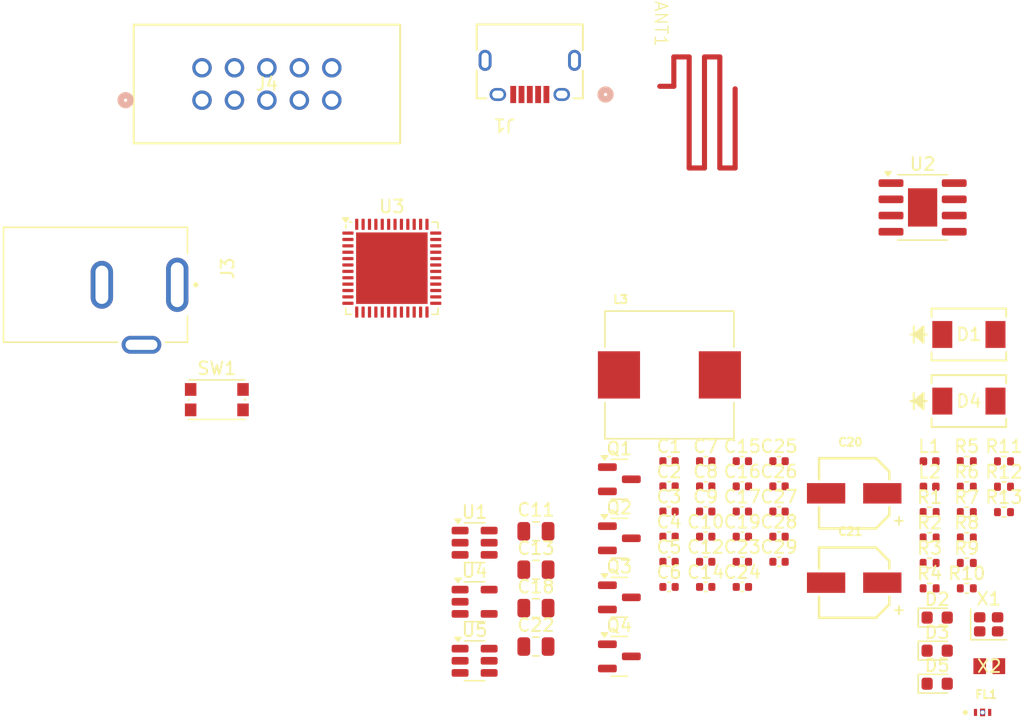
<source format=kicad_pcb>
(kicad_pcb (version 20241229) (generator "pcbnew") (generator_version "9.0")
  (layers (0 "F.Cu" signal) (4 "In1.Cu" signal) (6 "In2.Cu" signal) (2 "B.Cu" signal) (15 "B.Paste" user) (5 "F.SilkS" user "F.Silkscreen") (7 "B.SilkS" user "B.Silkscreen") (1 "F.Mask" user) (3 "B.Mask" user) (25 "Edge.Cuts" user))
  (net 0 "")
  (net 1 "+3V3")
  (net 2 "GND")
  (net 3 "/MCU_RF")
  (net 4 "Net-(C9-Pad1)")
  (net 5 "/RF_ANT")
  (net 6 "VBUS")
  (net 7 "Net-(D1-K)")
  (net 8 "Net-(U2-BST)")
  (net 9 "+5V")
  (net 10 "/MCU_LSE_IN")
  (net 11 "/MCU_LSE_OUT")
  (net 12 "/MCU_BOOT0")
  (net 13 "Net-(D2-A)")
  (net 14 "Net-(D2-K)")
  (net 15 "Net-(D3-K)")
  (net 16 "Net-(D3-A)")
  (net 17 "/USB_EN")
  (net 18 "Net-(D5-K)")
  (net 19 "Net-(D5-A)")
  (net 20 "/MICROSTRIP")
  (net 21 "Net-(J1-D-)")
  (net 22 "Net-(J1-D+)")
  (net 24 "/SWD_nRST")
  (net 26 "/SWD_CLK")
  (net 27 "/SWD_IO")
  (net 30 "/REG_EN")
  (net 31 "/MCU_LED_1")
  (net 32 "Net-(Q3-G)")
  (net 33 "/MCU_LED_2")
  (net 34 "Net-(U2-FB)")
  (net 35 "Net-(R10-Pad2)")
  (net 36 "/LED_DATA")
  (net 37 "/MCU_LLC")
  (net 42 "/USB_D+")
  (net 57 "/MCU_HSE_OUT")
  (net 60 "/USB_D-")
  (net 65 "/MCU_HSE_IN")
  (footprint "bbbled:FIL_LFB182G45CGFD436" (layer "F.Cu") (at 178.445 115.5)
    (property "Reference" "FL1" (at 0.282 -1.4064 0) (layer "F.SilkS") (effects (font (size 0.64 0.64))))
    (property "Value" "LFB182G45CGFD436")
    (pad "1" smd rect (at -0.555 0) (size 0.25 0.55) (layers "F.Cu" "F.Paste") (net 4 "Net-(C9-Pad1)"))
    (pad "2" smd rect (at 0 0) (size 0.4 0.6) (layers "F.Cu" "F.Paste") (net 2 "GND"))
    (pad "2_1" thru_hole circle (at 0 0) (size 0.4 0.4) (drill 0.3) (layers "*.Cu") (net 2 "GND"))
    (pad "3" smd rect (at 0.555 0) (size 0.25 0.55) (layers "F.Cu" "F.Paste") (net 20 "/MICROSTRIP"))
  )
  (footprint "LED_SMD:LED_0603_1608Metric" (layer "F.Cu") (at 174.89 110.66)
    (property "Reference" "D3" (at 0 -1.43 0) (layer "F.SilkS"))
    (property "Value" "LED_RED")
    (pad "1" smd roundrect (at -0.7875 0) (size 0.875 0.95) (layers "F.Cu" "F.Mask" "F.Paste") (net 15 "Net-(D3-K)"))
    (pad "2" smd roundrect (at 0.7875 0) (size 0.875 0.95) (layers "F.Cu" "F.Mask" "F.Paste") (net 16 "Net-(D3-A)"))
  )
  (footprint "Package_TO_SOT_SMD:SOT-23" (layer "F.Cu") (at 150.01 101.86)
    (property "Reference" "Q2" (at 0 -2.4 0) (layer "F.SilkS"))
    (property "Value" "2N7002")
    (pad "1" smd roundrect (at -0.9375 -0.95) (size 1.475 0.6) (layers "F.Cu" "F.Mask" "F.Paste") (net 15 "Net-(D3-K)"))
    (pad "2" smd roundrect (at -0.9375 0.95) (size 1.475 0.6) (layers "F.Cu" "F.Mask" "F.Paste") (net 31 "/MCU_LED_1"))
    (pad "3" smd roundrect (at 0.9375 0) (size 1.475 0.6) (layers "F.Cu" "F.Mask" "F.Paste") (net 2 "GND"))
  )
  (footprint "bbbled:XTAL_NX2012SA_NDK" (layer "F.Cu") (at 178.9698 111.8775)
    (property "Reference" "X2" (at 0 0 0) (layer "F.SilkS"))
    (property "Value" "32kHz768")
    (pad "1" smd rect (at -0.7493 0) (size 0.9906 1.2446) (layers "F.Cu" "F.Mask" "F.Paste") (net 10 "/MCU_LSE_IN"))
    (pad "2" smd rect (at 0.7493 0) (size 0.9906 1.2446) (layers "F.Cu" "F.Mask" "F.Paste") (net 11 "/MCU_LSE_OUT"))
  )
  (footprint "Capacitor_SMD:C_0402_1005Metric" (layer "F.Cu") (at 162.51 99.76)
    (property "Reference" "C27" (at 0 -1.16 0) (layer "F.SilkS"))
    (property "Value" "100n")
    (pad "1" smd roundrect (at -0.48 0) (size 0.56 0.62) (layers "F.Cu" "F.Mask" "F.Paste") (net 9 "+5V"))
    (pad "2" smd roundrect (at 0.48 0) (size 0.56 0.62) (layers "F.Cu" "F.Mask" "F.Paste") (net 2 "GND"))
  )
  (footprint "Capacitor_SMD:C_0402_1005Metric" (layer "F.Cu") (at 156.77 105.67)
    (property "Reference" "C14" (at 0 -1.16 0) (layer "F.SilkS"))
    (property "Value" "100n")
    (pad "1" smd roundrect (at -0.48 0) (size 0.56 0.62) (layers "F.Cu" "F.Mask" "F.Paste") (net 1 "+3V3"))
    (pad "2" smd roundrect (at 0.48 0) (size 0.56 0.62) (layers "F.Cu" "F.Mask" "F.Paste") (net 2 "GND"))
  )
  (footprint "Capacitor_SMD:C_0402_1005Metric" (layer "F.Cu") (at 159.64 97.79)
    (property "Reference" "C16" (at 0 -1.16 0) (layer "F.SilkS"))
    (property "Value" "10p")
    (pad "1" smd roundrect (at -0.48 0) (size 0.56 0.62) (layers "F.Cu" "F.Mask" "F.Paste") (net 11 "/MCU_LSE_OUT"))
    (pad "2" smd roundrect (at 0.48 0) (size 0.56 0.62) (layers "F.Cu" "F.Mask" "F.Paste") (net 2 "GND"))
  )
  (footprint "Capacitor_SMD:C_0402_1005Metric" (layer "F.Cu") (at 153.9 99.76)
    (property "Reference" "C3" (at 0 -1.16 0) (layer "F.SilkS"))
    (property "Value" "100n")
    (pad "1" smd roundrect (at -0.48 0) (size 0.56 0.62) (layers "F.Cu" "F.Mask" "F.Paste") (net 1 "+3V3"))
    (pad "2" smd roundrect (at 0.48 0) (size 0.56 0.62) (layers "F.Cu" "F.Mask" "F.Paste") (net 2 "GND"))
  )
  (footprint "bbbled:DIODE_DO214AA_MBRS-L" (layer "F.Cu") (at 177.3732 91.1096)
    (property "Reference" "D4" (at 0 0 0) (layer "F.SilkS"))
    (property "Value" "SSB43L 4A 30V")
    (pad "1" smd rect (at -2.0813 0 90) (size 2.109 1.5654) (layers "F.Cu" "F.Mask" "F.Paste") (net 9 "+5V"))
    (pad "2" smd rect (at 2.0813 0 90) (size 2.109 1.5654) (layers "F.Cu" "F.Mask" "F.Paste") (net 17 "/USB_EN"))
  )
  (footprint "Capacitor_SMD:C_0402_1005Metric" (layer "F.Cu") (at 162.51 95.82)
    (property "Reference" "C25" (at 0 -1.16 0) (layer "F.SilkS"))
    (property "Value" "10n")
    (pad "1" smd roundrect (at -0.48 0) (size 0.56 0.62) (layers "F.Cu" "F.Mask" "F.Paste") (net 6 "VBUS"))
    (pad "2" smd roundrect (at 0.48 0) (size 0.56 0.62) (layers "F.Cu" "F.Mask" "F.Paste") (net 2 "GND"))
  )
  (footprint "Button_Switch_SMD:SW_Push_1P1T_NO_CK_KMR2" (layer "F.Cu") (at 118.5 91)
    (property "Reference" "SW1" (at 0 -2.45 0) (layer "F.SilkS"))
    (property "Value" "SW_Push")
    (pad "1" smd rect (at -2.05 -0.8) (size 0.9 1) (layers "F.Cu" "F.Mask" "F.Paste") (net 35 "Net-(R10-Pad2)"))
    (pad "1" smd rect (at 2.05 -0.8) (size 0.9 1) (layers "F.Cu" "F.Mask" "F.Paste") (net 35 "Net-(R10-Pad2)"))
    (pad "2" smd rect (at -2.05 0.8) (size 0.9 1) (layers "F.Cu" "F.Mask" "F.Paste") (net 1 "+3V3"))
    (pad "2" smd rect (at 2.05 0.8) (size 0.9 1) (layers "F.Cu" "F.Mask" "F.Paste") (net 1 "+3V3"))
  )
  (footprint "Capacitor_SMD:C_0402_1005Metric" (layer "F.Cu") (at 159.64 103.7)
    (property "Reference" "C23" (at 0 -1.16 0) (layer "F.SilkS"))
    (property "Value" "100n")
    (pad "1" smd roundrect (at -0.48 0) (size 0.56 0.62) (layers "F.Cu" "F.Mask" "F.Paste") (net 9 "+5V"))
    (pad "2" smd roundrect (at 0.48 0) (size 0.56 0.62) (layers "F.Cu" "F.Mask" "F.Paste") (net 2 "GND"))
  )
  (footprint "Capacitor_SMD:C_0402_1005Metric" (layer "F.Cu") (at 156.77 99.76)
    (property "Reference" "C9" (at 0 -1.16 0) (layer "F.SilkS"))
    (property "Value" "0p8")
    (pad "1" smd roundrect (at -0.48 0) (size 0.56 0.62) (layers "F.Cu" "F.Mask" "F.Paste") (net 4 "Net-(C9-Pad1)"))
    (pad "2" smd roundrect (at 0.48 0) (size 0.56 0.62) (layers "F.Cu" "F.Mask" "F.Paste") (net 2 "GND"))
  )
  (footprint "Capacitor_SMD:C_0402_1005Metric" (layer "F.Cu") (at 156.77 103.7)
    (property "Reference" "C12" (at 0 -1.16 0) (layer "F.SilkS"))
    (property "Value" "100n")
    (pad "1" smd roundrect (at -0.48 0) (size 0.56 0.62) (layers "F.Cu" "F.Mask" "F.Paste") (net 7 "Net-(D1-K)"))
    (pad "2" smd roundrect (at 0.48 0) (size 0.56 0.62) (layers "F.Cu" "F.Mask" "F.Paste") (net 8 "Net-(U2-BST)"))
  )
  (footprint "Capacitor_SMD:C_0402_1005Metric" (layer "F.Cu") (at 162.51 103.7)
    (property "Reference" "C29" (at 0 -1.16 0) (layer "F.SilkS"))
    (property "Value" "100p")
    (pad "1" smd roundrect (at -0.48 0) (size 0.56 0.62) (layers "F.Cu" "F.Mask" "F.Paste") (net 1 "+3V3"))
    (pad "2" smd roundrect (at 0.48 0) (size 0.56 0.62) (layers "F.Cu" "F.Mask" "F.Paste") (net 2 "GND"))
  )
  (footprint "bbbled:CONN_10118194-0001LF_AMP" (layer "F.Cu") (at 143 64.5 180)
    (property "Reference" "J1" (at 2 -5 180) (layer "F.SilkS"))
    (property "Value" "USB_B")
    (pad "" thru_hole oval (at -3.5 0.081402 270) (size 1.651 1.016) (drill oval 1.1938 0.5588) (layers "*.Cu" "*.Mask"))
    (pad "" thru_hole oval (at -2.5 -2.593599 180) (size 1.2954 1.016) (drill oval 0.889 0.6096) (layers "*.Cu" "*.Mask"))
    (pad "" thru_hole oval (at 2.5 -2.593599 180) (size 1.2954 1.016) (drill oval 0.889 0.6096) (layers "*.Cu" "*.Mask"))
    (pad "" thru_hole oval (at 3.500001 0.081402 270) (size 1.651 1.016) (drill oval 1.1938 0.5588) (layers "*.Cu" "*.Mask"))
    (pad "1" smd rect (at -1.3 -2.593599 180) (size 0.4572 1.3462) (layers "F.Cu" "F.Mask" "F.Paste") (net 17 "/USB_EN"))
    (pad "2" smd rect (at -0.649999 -2.593599 180) (size 0.4572 1.3462) (layers "F.Cu" "F.Mask" "F.Paste") (net 21 "Net-(J1-D-)"))
    (pad "3" smd rect (at 0 -2.593599 180) (size 0.4572 1.3462) (layers "F.Cu" "F.Mask" "F.Paste") (net 22 "Net-(J1-D+)"))
    (pad "4" smd rect (at 0.649999 -2.593599 180) (size 0.4572 1.3462) (layers "F.Cu" "F.Mask" "F.Paste") (net 2 "GND"))
    (pad "5" smd rect (at 1.3 -2.593599 180) (size 0.4572 1.3462) (layers "F.Cu" "F.Mask" "F.Paste") (net 2 "GND"))
  )
  (footprint "LED_SMD:LED_0603_1608Metric" (layer "F.Cu") (at 174.89 113.25)
    (property "Reference" "D5" (at 0 -1.43 0) (layer "F.SilkS"))
    (property "Value" "LED_RED")
    (pad "1" smd roundrect (at -0.7875 0) (size 0.875 0.95) (layers "F.Cu" "F.Mask" "F.Paste") (net 18 "Net-(D5-K)"))
    (pad "2" smd roundrect (at 0.7875 0) (size 0.875 0.95) (layers "F.Cu" "F.Mask" "F.Paste") (net 19 "Net-(D5-A)"))
  )
  (footprint "Capacitor_SMD:C_0805_2012Metric" (layer "F.Cu") (at 143.48 104.32)
    (property "Reference" "C13" (at 0 -1.68 0) (layer "F.SilkS"))
    (property "Value" "47u 6.3V")
    (pad "1" smd roundrect (at -0.95 0) (size 1 1.45) (layers "F.Cu" "F.Mask" "F.Paste") (net 9 "+5V"))
    (pad "2" smd roundrect (at 0.95 0) (size 1 1.45) (layers "F.Cu" "F.Mask" "F.Paste") (net 2 "GND"))
  )
  (footprint "Resistor_SMD:R_0402_1005Metric" (layer "F.Cu") (at 174.3 99.81)
    (property "Reference" "R1" (at 0 -1.17 0) (layer "F.SilkS"))
    (property "Value" "100k")
    (pad "1" smd roundrect (at -0.51 0) (size 0.54 0.64) (layers "F.Cu" "F.Mask" "F.Paste") (net 32 "Net-(Q3-G)"))
    (pad "2" smd roundrect (at 0.51 0) (size 0.54 0.64) (layers "F.Cu" "F.Mask" "F.Paste") (net 6 "VBUS"))
  )
  (footprint "Package_TO_SOT_SMD:SOT-23-5" (layer "F.Cu") (at 138.68 106.83)
    (property "Reference" "U4" (at 0 -2.4 0) (layer "F.SilkS"))
    (property "Value" "TPS7A2033DBV")
    (pad "1" smd roundrect (at -1.1375 -0.95) (size 1.325 0.6) (layers "F.Cu" "F.Mask" "F.Paste") (net 9 "+5V"))
    (pad "2" smd roundrect (at -1.1375 0) (size 1.325 0.6) (layers "F.Cu" "F.Mask" "F.Paste") (net 2 "GND"))
    (pad "3" smd roundrect (at -1.1375 0.95) (size 1.325 0.6) (layers "F.Cu" "F.Mask" "F.Paste") (net 9 "+5V"))
    (pad "4" smd roundrect (at 1.1375 0.95) (size 1.325 0.6) (layers "F.Cu" "F.Mask" "F.Paste"))
    (pad "5" smd roundrect (at 1.1375 -0.95) (size 1.325 0.6) (layers "F.Cu" "F.Mask" "F.Paste") (net 1 "+3V3"))
  )
  (footprint "Inductor_SMD:L_0402_1005Metric" (layer "F.Cu") (at 174.3 95.83)
    (property "Reference" "L1" (at 0 -1.17 0) (layer "F.SilkS"))
    (property "Value" "2n7")
    (pad "1" smd roundrect (at -0.485 0) (size 0.59 0.64) (layers "F.Cu" "F.Mask" "F.Paste") (net 4 "Net-(C9-Pad1)"))
    (pad "2" smd roundrect (at 0.485 0) (size 0.59 0.64) (layers "F.Cu" "F.Mask" "F.Paste") (net 3 "/MCU_RF"))
  )
  (footprint "Package_TO_SOT_SMD:SOT-23" (layer "F.Cu") (at 150.01 111.11)
    (property "Reference" "Q4" (at 0 -2.4 0) (layer "F.SilkS"))
    (property "Value" "2N7002")
    (pad "1" smd roundrect (at -0.9375 -0.95) (size 1.475 0.6) (layers "F.Cu" "F.Mask" "F.Paste") (net 14 "Net-(D2-K)"))
    (pad "2" smd roundrect (at -0.9375 0.95) (size 1.475 0.6) (layers "F.Cu" "F.Mask" "F.Paste") (net 33 "/MCU_LED_2"))
    (pad "3" smd roundrect (at 0.9375 0) (size 1.475 0.6) (layers "F.Cu" "F.Mask" "F.Paste") (net 2 "GND"))
  )
  (footprint "Resistor_SMD:R_0402_1005Metric" (layer "F.Cu") (at 177.21 99.81)
    (property "Reference" "R7" (at 0 -1.17 0) (layer "F.SilkS"))
    (property "Value" "160")
    (pad "1" smd roundrect (at -0.51 0) (size 0.54 0.64) (layers "F.Cu" "F.Mask" "F.Paste") (net 16 "Net-(D3-A)"))
    (pad "2" smd roundrect (at 0.51 0) (size 0.54 0.64) (layers "F.Cu" "F.Mask" "F.Paste") (net 1 "+3V3"))
  )
  (footprint "bbbled:WCAP-ASLI_5X5.5_DXL_" (layer "F.Cu") (at 168.395 98.335)
    (property "Reference" "C20" (at -0.3 -4.0064 0) (layer "F.SilkS") (effects (font (size 0.64 0.64))))
    (property "Value" "100u")
    (fp_text user "+" (at 3.5 2.1 0) (layer "F.SilkS") (effects (font (size 0.8 0.8))))
    (pad "1" smd rect (at 2.2 0) (size 3 1.6) (layers "F.Cu" "F.Mask" "F.Paste") (net 9 "+5V"))
    (pad "2" smd rect (at -2.2 0) (size 3 1.6) (layers "F.Cu" "F.Mask" "F.Paste") (net 2 "GND"))
  )
  (footprint "Capacitor_SMD:C_0402_1005Metric" (layer "F.Cu") (at 159.64 105.67)
    (property "Reference" "C24" (at 0 -1.16 0) (layer "F.SilkS"))
    (property "Value" "100n")
    (pad "1" smd roundrect (at -0.48 0) (size 0.56 0.62) (layers "F.Cu" "F.Mask" "F.Paste") (net 1 "+3V3"))
    (pad "2" smd roundrect (at 0.48 0) (size 0.56 0.62) (layers "F.Cu" "F.Mask" "F.Paste") (net 2 "GND"))
  )
  (footprint "LED_SMD:LED_0603_1608Metric" (layer "F.Cu") (at 174.89 108.07)
    (property "Reference" "D2" (at 0 -1.43 0) (layer "F.SilkS"))
    (property "Value" "LED_RED")
    (pad "1" smd roundrect (at -0.7875 0) (size 0.875 0.95) (layers "F.Cu" "F.Mask" "F.Paste") (net 14 "Net-(D2-K)"))
    (pad "2" smd roundrect (at 0.7875 0) (size 0.875 0.95) (layers "F.Cu" "F.Mask" "F.Paste") (net 13 "Net-(D2-A)"))
  )
  (footprint "Package_TO_SOT_SMD:SOT-23" (layer "F.Cu") (at 150.01 106.485)
    (property "Reference" "Q3" (at 0 -2.4 0) (layer "F.SilkS"))
    (property "Value" "2N7002")
    (pad "1" smd roundrect (at -0.9375 -0.95) (size 1.475 0.6) (layers "F.Cu" "F.Mask" "F.Paste") (net 32 "Net-(Q3-G)"))
    (pad "2" smd roundrect (at -0.9375 0.95) (size 1.475 0.6) (layers "F.Cu" "F.Mask" "F.Paste") (net 2 "GND"))
    (pad "3" smd roundrect (at 0.9375 0) (size 1.475 0.6) (layers "F.Cu" "F.Mask" "F.Paste") (net 18 "Net-(D5-K)"))
  )
  (footprint "Package_DFN_QFN:QFN-48-1EP_7x7mm_P0.5mm_EP5.6x5.6mm" (layer "F.Cu") (at 132.2 80.7)
    (property "Reference" "U3" (at 0 -4.83 0) (layer "F.SilkS"))
    (property "Value" "STM32WB55CEUx")
    (pad "1" smd roundrect (at -3.4375 -2.75) (size 0.875 0.25) (layers "F.Cu" "F.Mask" "F.Paste") (net 1 "+3V3"))
    (pad "2" smd roundrect (at -3.4375 -2.25) (size 0.875 0.25) (layers "F.Cu" "F.Mask" "F.Paste") (net 10 "/MCU_LSE_IN"))
    (pad "3" smd roundrect (at -3.4375 -1.75) (size 0.875 0.25) (layers "F.Cu" "F.Mask" "F.Paste") (net 11 "/MCU_LSE_OUT"))
    (pad "4" smd roundrect (at -3.4375 -1.25) (size 0.875 0.25) (layers "F.Cu" "F.Mask" "F.Paste") (net 12 "/MCU_BOOT0"))
    (pad "5" smd roundrect (at -3.4375 -0.75) (size 0.875 0.25) (layers "F.Cu" "F.Mask" "F.Paste"))
    (pad "6" smd roundrect (at -3.4375 -0.25) (size 0.875 0.25) (layers "F.Cu" "F.Mask" "F.Paste"))
    (pad "7" smd roundrect (at -3.4375 0.25) (size 0.875 0.25) (layers "F.Cu" "F.Mask" "F.Paste") (net 24 "/SWD_nRST"))
    (pad "8" smd roundrect (at -3.4375 0.75) (size 0.875 0.25) (layers "F.Cu" "F.Mask" "F.Paste") (net 1 "+3V3"))
    (pad "9" smd roundrect (at -3.4375 1.25) (size 0.875 0.25) (layers "F.Cu" "F.Mask" "F.Paste") (net 37 "/MCU_LLC"))
    (pad "10" smd roundrect (at -3.4375 1.75) (size 0.875 0.25) (layers "F.Cu" "F.Mask" "F.Paste"))
    (pad "11" smd roundrect (at -3.4375 2.25) (size 0.875 0.25) (layers "F.Cu" "F.Mask" "F.Paste"))
    (pad "12" smd roundrect (at -3.4375 2.75) (size 0.875 0.25) (layers "F.Cu" "F.Mask" "F.Paste"))
    (pad "13" smd roundrect (at -2.75 3.4375) (size 0.25 0.875) (layers "F.Cu" "F.Mask" "F.Paste") (net 31 "/MCU_LED_1"))
    (pad "14" smd roundrect (at -2.25 3.4375) (size 0.25 0.875) (layers "F.Cu" "F.Mask" "F.Paste") (net 33 "/MCU_LED_2"))
    (pad "15" smd roundrect (at -1.75 3.4375) (size 0.25 0.875) (layers "F.Cu" "F.Mask" "F.Paste"))
    (pad "16" smd roundrect (at -1.25 3.4375) (size 0.25 0.875) (layers "F.Cu" "F.Mask" "F.Paste"))
    (pad "17" smd roundrect (at -0.75 3.4375) (size 0.25 0.875) (layers "F.Cu" "F.Mask" "F.Paste"))
    (pad "18" smd roundrect (at -0.25 3.4375) (size 0.25 0.875) (layers "F.Cu" "F.Mask" "F.Paste"))
    (pad "19" smd roundrect (at 0.25 3.4375) (size 0.25 0.875) (layers "F.Cu" "F.Mask" "F.Paste"))
    (pad "20" smd roundrect (at 0.75 3.4375) (size 0.25 0.875) (layers "F.Cu" "F.Mask" "F.Paste") (net 1 "+3V3"))
    (pad "21" smd roundrect (at 1.25 3.4375) (size 0.25 0.875) (layers "F.Cu" "F.Mask" "F.Paste") (net 3 "/MCU_RF"))
    (pad "22" smd roundrect (at 1.75 3.4375) (size 0.25 0.875) (layers "F.Cu" "F.Mask" "F.Paste"))
    (pad "23" smd roundrect (at 2.25 3.4375) (size 0.25 0.875) (layers "F.Cu" "F.Mask" "F.Paste") (net 1 "+3V3"))
    (pad "24" smd roundrect (at 2.75 3.4375) (size 0.25 0.875) (layers "F.Cu" "F.Mask" "F.Paste") (net 57 "/MCU_HSE_OUT"))
    (pad "25" smd roundrect (at 3.4375 2.75) (size 0.875 0.25) (layers "F.Cu" "F.Mask" "F.Paste") (net 65 "/MCU_HSE_IN"))
    (pad "26" smd roundrect (at 3.4375 2.25) (size 0.875 0.25) (layers "F.Cu" "F.Mask" "F.Paste"))
    (pad "27" smd roundrect (at 3.4375 1.75) (size 0.875 0.25) (layers "F.Cu" "F.Mask" "F.Paste"))
    (pad "28" smd roundrect (at 3.4375 1.25) (size 0.875 0.25) (layers "F.Cu" "F.Mask" "F.Paste"))
    (pad "29" smd roundrect (at 3.4375 0.75) (size 0.875 0.25) (layers "F.Cu" "F.Mask" "F.Paste"))
    (pad "30" smd roundrect (at 3.4375 0.25) (size 0.875 0.25) (layers "F.Cu" "F.Mask" "F.Paste"))
    (pad "31" smd roundrect (at 3.4375 -0.25) (size 0.875 0.25) (layers "F.Cu" "F.Mask" "F.Paste"))
    (pad "32" smd roundrect (at 3.4375 -0.75) (size 0.875 0.25) (layers "F.Cu" "F.Mask" "F.Paste"))
    (pad "33" smd roundrect (at 3.4375 -1.25) (size 0.875 0.25) (layers "F.Cu" "F.Mask" "F.Paste"))
    (pad "34" smd roundrect (at 3.4375 -1.75) (size 0.875 0.25) (layers "F.Cu" "F.Mask" "F.Paste") (net 1 "+3V3"))
    (pad "35" smd roundrect (at 3.4375 -2.25) (size 0.875 0.25) (layers "F.Cu" "F.Mask" "F.Paste") (net 1 "+3V3"))
    (pad "36" smd roundrect (at 3.4375 -2.75) (size 0.875 0.25) (layers "F.Cu" "F.Mask" "F.Paste"))
    (pad "37" smd roundrect (at 2.75 -3.4375) (size 0.25 0.875) (layers "F.Cu" "F.Mask" "F.Paste") (net 60 "/USB_D-"))
    (pad "38" smd roundrect (at 2.25 -3.4375) (size 0.25 0.875) (layers "F.Cu" "F.Mask" "F.Paste") (net 42 "/USB_D+"))
    (pad "39" smd roundrect (at 1.75 -3.4375) (size 0.25 0.875) (layers "F.Cu" "F.Mask" "F.Paste") (net 27 "/SWD_IO"))
    (pad "40" smd roundrect (at 1.25 -3.4375) (size 0.25 0.875) (layers "F.Cu" "F.Mask" "F.Paste") (net 1 "+3V3"))
    (pad "41" smd roundrect (at 0.75 -3.4375) (size 0.25 0.875) (layers "F.Cu" "F.Mask" "F.Paste") (net 26 "/SWD_CLK"))
    (pad "42" smd roundrect (at 0.25 -3.4375) (size 0.25 0.875) (layers "F.Cu" "F.Mask" "F.Paste"))
    (pad "43" smd roundrect (at -0.25 -3.4375) (size 0.25 0.875) (layers "F.Cu" "F.Mask" "F.Paste"))
    (pad "44" smd roundrect (at -0.75 -3.4375) (size 0.25 0.875) (layers "F.Cu" "F.Mask" "F.Paste"))
    (pad "45" smd roundrect (at -1.25 -3.4375) (size 0.25 0.875) (layers "F.Cu" "F.Mask" "F.Paste"))
    (pad "46" smd roundrect (at -1.75 -3.4375) (size 0.25 0.875) (layers "F.Cu" "F.Mask" "F.Paste"))
    (pad "47" smd roundrect (at -2.25 -3.4375) (size 0.25 0.875) (layers "F.Cu" "F.Mask" "F.Paste"))
    (pad "48" smd roundrect (at -2.75 -3.4375) (size 0.25 0.875) (layers "F.Cu" "F.Mask" "F.Paste") (net 1 "+3V3"))
    (pad "49" smd rect (at 0 0) (size 5.6 5.6) (property pad_prop_heatsink) (layers "F.Cu" "F.Mask"))
  )
  (footprint "Crystal:Crystal_SMD_2016-4Pin_2.0x1.6mm" (layer "F.Cu") (at 178.92 108.6)
    (property "Reference" "X1" (at 0 -2 0) (layer "F.SilkS"))
    (property "Value" "32MHz")
    (pad "1" smd roundrect (at -0.7 0.55) (size 0.9 0.8) (layers "F.Cu" "F.Mask" "F.Paste") (net 57 "/MCU_HSE_OUT"))
    (pad "2" smd roundrect (at 0.7 0.55) (size 0.9 0.8) (layers "F.Cu" "F.Mask" "F.Paste") (net 2 "GND"))
    (pad "3" smd roundrect (at 0.7 -0.55) (size 0.9 0.8) (layers "F.Cu" "F.Mask" "F.Paste") (net 65 "/MCU_HSE_IN"))
    (pad "4" smd roundrect (at -0.7 -0.55) (size 0.9 0.8) (layers "F.Cu" "F.Mask" "F.Paste") (net 2 "GND"))
  )
  (footprint "Capacitor_SMD:C_0402_1005Metric" (layer "F.Cu") (at 153.9 103.7)
    (property "Reference" "C5" (at 0 -1.16 0) (layer "F.SilkS"))
    (property "Value" "100n")
    (pad "1" smd roundrect (at -0.48 0) (size 0.56 0.62) (layers "F.Cu" "F.Mask" "F.Paste") (net 1 "+3V3"))
    (pad "2" smd roundrect (at 0.48 0) (size 0.56 0.62) (layers "F.Cu" "F.Mask" "F.Paste") (net 2 "GND"))
  )
  (footprint "Package_TO_SOT_SMD:SOT-23-6" (layer "F.Cu") (at 138.68 102.205)
    (property "Reference" "U1" (at 0 -2.4 0) (layer "F.SilkS"))
    (property "Value" "SN74LVC1T45DBV")
    (pad "1" smd roundrect (at -1.1375 -0.95) (size 1.325 0.6) (layers "F.Cu" "F.Mask" "F.Paste") (net 1 "+3V3"))
    (pad "2" smd roundrect (at -1.1375 0) (size 1.325 0.6) (layers "F.Cu" "F.Mask" "F.Paste") (net 2 "GND"))
    (pad "3" smd roundrect (at -1.1375 0.95) (size 1.325 0.6) (layers "F.Cu" "F.Mask" "F.Paste") (net 36 "/LED_DATA"))
    (pad "4" smd roundrect (at 1.1375 0.95) (size 1.325 0.6) (layers "F.Cu" "F.Mask" "F.Paste") (net 37 "/MCU_LLC"))
    (pad "5" smd roundrect (at 1.1375 0) (size 1.325 0.6) (layers "F.Cu" "F.Mask" "F.Paste") (net 2 "GND"))
    (pad "6" smd roundrect (at 1.1375 -0.95) (size 1.325 0.6) (layers "F.Cu" "F.Mask" "F.Paste") (net 9 "+5V"))
  )
  (footprint "Capacitor_SMD:C_0402_1005Metric" (layer "F.Cu") (at 156.77 97.79)
    (property "Reference" "C8" (at 0 -1.16 0) (layer "F.SilkS"))
    (property "Value" "0p3")
    (pad "1" smd roundrect (at -0.48 0) (size 0.56 0.62) (layers "F.Cu" "F.Mask" "F.Paste") (net 3 "/MCU_RF"))
    (pad "2" smd roundrect (at 0.48 0) (size 0.56 0.62) (layers "F.Cu" "F.Mask" "F.Paste") (net 2 "GND"))
  )
  (footprint "Capacitor_SMD:C_0402_1005Metric" (layer "F.Cu") (at 156.77 95.82)
    (property "Reference" "C7" (at 0 -1.16 0) (layer "F.SilkS"))
    (property "Value" "100n")
    (pad "1" smd roundrect (at -0.48 0) (size 0.56 0.62) (layers "F.Cu" "F.Mask" "F.Paste") (net 1 "+3V3"))
    (pad "2" smd roundrect (at 0.48 0) (size 0.56 0.62) (layers "F.Cu" "F.Mask" "F.Paste") (net 2 "GND"))
  )
  (footprint "Package_TO_SOT_SMD:SOT-23-6" (layer "F.Cu") (at 138.68 111.455)
    (property "Reference" "U5" (at 0 -2.4 0) (layer "F.SilkS"))
    (property "Value" "USBLC6-2SC6")
    (pad "1" smd roundrect (at -1.1375 -0.95) (size 1.325 0.6) (layers "F.Cu" "F.Mask" "F.Paste") (net 22 "Net-(J1-D+)"))
    (pad "2" smd roundrect (at -1.1375 0) (size 1.325 0.6) (layers "F.Cu" "F.Mask" "F.Paste") (net 2 "GND"))
    (pad "3" smd roundrect (at -1.1375 0.95) (size 1.325 0.6) (layers "F.Cu" "F.Mask" "F.Paste") (net 21 "Net-(J1-D-)"))
    (pad "4" smd roundrect (at 1.1375 0.95) (size 1.325 0.6) (layers "F.Cu" "F.Mask" "F.Paste") (net 60 "/USB_D-"))
    (pad "5" smd roundrect (at 1.1375 0) (size 1.325 0.6) (layers "F.Cu" "F.Mask" "F.Paste") (net 17 "/USB_EN"))
    (pad "6" smd roundrect (at 1.1375 -0.95) (size 1.325 0.6) (layers "F.Cu" "F.Mask" "F.Paste") (net 42 "/USB_D+"))
  )
  (footprint "Capacitor_SMD:C_0805_2012Metric" (layer "F.Cu") (at 143.48 107.33)
    (property "Reference" "C18" (at 0 -1.68 0) (layer "F.SilkS"))
    (property "Value" "10u")
    (pad "1" smd roundrect (at -0.95 0) (size 1 1.45) (layers "F.Cu" "F.Mask" "F.Paste") (net 2 "GND"))
    (pad "2" smd roundrect (at 0.95 0) (size 1 1.45) (layers "F.Cu" "F.Mask" "F.Paste") (net 1 "+3V3"))
  )
  (footprint "bbbled:CONN10_302-S101_OST" (layer "F.Cu") (at 117.34 67.54)
    (property "Reference" "J4" (at 5.08 -1.27 0) (layer "F.SilkS"))
    (property "Value" "Molex 2.54 2-rows 10-pins")
    (pad "1" thru_hole circle (at 0 0) (size 1.524 1.524) (drill 1.016) (layers "*.Cu" "*.Mask") (net 24 "/SWD_nRST"))
    (pad "2" thru_hole circle (at 0 -2.54) (size 1.524 1.524) (drill 1.016) (layers "*.Cu" "*.Mask") (net 26 "/SWD_CLK"))
    (pad "3" thru_hole circle (at 2.54 0) (size 1.524 1.524) (drill 1.016) (layers "*.Cu" "*.Mask"))
    (pad "4" thru_hole circle (at 2.54 -2.54) (size 1.524 1.524) (drill 1.016) (layers "*.Cu" "*.Mask") (net 27 "/SWD_IO"))
    (pad "5" thru_hole circle (at 5.08 0) (size 1.524 1.524) (drill 1.016) (layers "*.Cu" "*.Mask") (net 2 "GND"))
    (pad "6" thru_hole circle (at 5.08 -2.54) (size 1.524 1.524) (drill 1.016) (layers "*.Cu" "*.Mask") (net 2 "GND"))
    (pad "7" thru_hole circle (at 7.62 0) (size 1.524 1.524) (drill 1.016) (layers "*.Cu" "*.Mask") (net 1 "+3V3"))
    (pad "8" thru_hole circle (at 7.62 -2.54) (size 1.524 1.524) (drill 1.016) (layers "*.Cu" "*.Mask") (net 1 "+3V3"))
    (pad "9" thru_hole circle (at 10.16 0) (size 1.524 1.524) (drill 1.016) (layers "*.Cu" "*.Mask"))
    (pad "10" thru_hole circle (at 10.16 -2.54) (size 1.524 1.524) (drill 1.016) (layers "*.Cu" "*.Mask"))
  )
  (footprint "Capacitor_SMD:C_0805_2012Metric" (layer "F.Cu") (at 143.48 110.34)
    (property "Reference" "C22" (at 0 -1.68 0) (layer "F.SilkS"))
    (property "Value" "47u 6.3V")
    (pad "1" smd roundrect (at -0.95 0) (size 1 1.45) (layers "F.Cu" "F.Mask" "F.Paste") (net 9 "+5V"))
    (pad "2" smd roundrect (at 0.95 0) (size 1 1.45) (layers "F.Cu" "F.Mask" "F.Paste") (net 2 "GND"))
  )
  (footprint "Capacitor_SMD:C_0402_1005Metric" (layer "F.Cu") (at 162.51 97.79)
    (property "Reference" "C26" (at 0 -1.16 0) (layer "F.SilkS"))
    (property "Value" "100n")
    (pad "1" smd roundrect (at -0.48 0) (size 0.56 0.62) (layers "F.Cu" "F.Mask" "F.Paste") (net 6 "VBUS"))
    (pad "2" smd roundrect (at 0.48 0) (size 0.56 0.62) (layers "F.Cu" "F.Mask" "F.Paste") (net 2 "GND"))
  )
  (footprint "bbbled:TraceAntenna" (layer "F.Cu") (at 152.975 66.45 -90)
    (property "Reference" "ANT1" (at -4.9 -0.3 270) (layer "F.SilkS") (effects (font (thickness 0.1))))
    (property "Value" "PCB Trace Antenna")
    (fp_line (start 0 -0.2) (end 0 -1.3) (stroke (width 0.4)) (layer "F.Cu"))
    (fp_line (start -2.3 -1.3) (end -2.3 -2.5) (stroke (width 0.4)) (layer "F.Cu"))
    (fp_line (start 0 -1.3) (end -2.3 -1.3) (stroke (width 0.4)) (layer "F.Cu"))
    (fp_line (start -2.3 -2.5) (end 6.4 -2.5) (stroke (width 0.4)) (layer "F.Cu"))
    (fp_line (start 6.4 -2.5) (end 6.4 -3.7) (stroke (width 0.4)) (layer "F.Cu"))
    (fp_line (start -2.3 -3.7) (end -2.3 -4.9) (stroke (width 0.4)) (layer "F.Cu"))
    (fp_line (start 6.4 -3.7) (end -2.3 -3.7) (stroke (width 0.4)) (layer "F.Cu"))
    (fp_line (start -2.3 -4.9) (end 6.4 -4.9) (stroke (width 0.4)) (layer "F.Cu"))
    (fp_line (start 6.4 -4.9) (end 6.4 -6.1) (stroke (width 0.4)) (layer "F.Cu"))
    (fp_line (start 6.4 -6.1) (end 0.2 -6.1) (stroke (width 0.4)) (layer "F.Cu"))
  )
  (footprint "Resistor_SMD:R_0402_1005Metric" (layer "F.Cu") (at 174.3 105.78)
    (property "Reference" "R4" (at 0 -1.17 0) (layer "F.SilkS"))
    (property "Value" "100k")
    (pad "1" smd roundrect (at -0.51 0) (size 0.54 0.64) (layers "F.Cu" "F.Mask" "F.Paste") (net 6 "VBUS"))
    (pad "2" smd roundrect (at 0.51 0) (size 0.54 0.64) (layers "F.Cu" "F.Mask" "F.Paste") (net 30 "/REG_EN"))
  )
  (footprint "Capacitor_SMD:C_0402_1005Metric" (layer "F.Cu") (at 153.9 97.79)
    (property "Reference" "C2" (at 0 -1.16 0) (layer "F.SilkS"))
    (property "Value" "100n")
    (pad "1" smd roundrect (at -0.48 0) (size 0.56 0.62) (layers "F.Cu" "F.Mask" "F.Paste") (net 1 "+3V3"))
    (pad "2" smd roundrect (at 0.48 0) (size 0.56 0.62) (layers "F.Cu" "F.Mask" "F.Paste") (net 2 "GND"))
  )
  (footprint "Capacitor_SMD:C_0805_2012Metric" (layer "F.Cu") (at 143.48 101.31)
    (property "Reference" "C11" (at 0 -1.68 0) (layer "F.SilkS"))
    (property "Value" "10u")
    (pad "1" smd roundrect (at -0.95 0) (size 1 1.45) (layers "F.Cu" "F.Mask" "F.Paste") (net 2 "GND"))
    (pad "2" smd roundrect (at 0.95 0) (size 1 1.45) (layers "F.Cu" "F.Mask" "F.Paste") (net 6 "VBUS"))
  )
  (footprint "bbbled:TENSILITY_54-00131" (layer "F.Cu") (at 109.5 82 -90)
    (property "Reference" "J3" (at -1.27 -9.8425 90) (layer "F.SilkS"))
    (property "Value" "Barrel_Jack_Switch")
    (pad "1" thru_hole oval (at 0 -5.9 270) (size 4.25 1.75) (drill oval 3.5 1) (layers "*.Cu" "*.Mask") (net 6 "VBUS"))
    (pad "2" thru_hole oval (at 0 0 270) (size 3.75 1.75) (drill oval 3 1) (layers "*.Cu" "*.Mask") (net 2 "GND"))
    (pad "3" thru_hole oval (at 4.7 -3.1 270) (size 1.4 3.1) (drill oval 0.8 2.5) (layers "*.Cu" "*.Mask"))
  )
  (footprint "Capacitor_SMD:C_0402_1005Metric" (layer "F.Cu") (at 159.64 99.76)
    (property "Reference" "C17" (at 0 -1.16 0) (layer "F.SilkS"))
    (property "Value" "1u 6.3V")
    (pad "1" smd roundrect (at -0.48 0) (size 0.56 0.62) (layers "F.Cu" "F.Mask" "F.Paste") (net 2 "GND"))
    (pad "2" smd roundrect (at 0.48 0) (size 0.56 0.62) (layers "F.Cu" "F.Mask" "F.Paste") (net 9 "+5V"))
  )
  (footprint "Resistor_SMD:R_0402_1005Metric" (layer "F.Cu") (at 177.21 101.8)
    (property "Reference" "R8" (at 0 -1.17 0) (layer "F.SilkS"))
    (property "Value" "160")
    (pad "1" smd roundrect (at -0.51 0) (size 0.54 0.64) (layers "F.Cu" "F.Mask" "F.Paste") (net 13 "Net-(D2-A)"))
    (pad "2" smd roundrect (at 0.51 0) (size 0.54 0.64) (layers "F.Cu" "F.Mask" "F.Paste") (net 1 "+3V3"))
  )
  (footprint "Package_TO_SOT_SMD:SOT-23" (layer "F.Cu") (at 150.01 97.235)
    (property "Reference" "Q1" (at 0 -2.4 0) (layer "F.SilkS"))
    (property "Value" "2N7002")
    (pad "1" smd roundrect (at -0.9375 -0.95) (size 1.475 0.6) (layers "F.Cu" "F.Mask" "F.Paste") (net 30 "/REG_EN"))
    (pad "2" smd roundrect (at -0.9375 0.95) (size 1.475 0.6) (layers "F.Cu" "F.Mask" "F.Paste") (net 17 "/USB_EN"))
    (pad "3" smd roundrect (at 0.9375 0) (size 1.475 0.6) (layers "F.Cu" "F.Mask" "F.Paste") (net 2 "GND"))
  )
  (footprint "Resistor_SMD:R_0402_1005Metric" (layer "F.Cu") (at 180.12 99.81)
    (property "Reference" "R13" (at 0 -1.17 0) (layer "F.SilkS"))
    (property "Value" "10k")
    (pad "1" smd roundrect (at -0.51 0) (size 0.54 0.64) (layers "F.Cu" "F.Mask" "F.Paste") (net 2 "GND"))
    (pad "2" smd roundrect (at 0.51 0) (size 0.54 0.64) (layers "F.Cu" "F.Mask" "F.Paste") (net 33 "/MCU_LED_2"))
  )
  (footprint "Resistor_SMD:R_0402_1005Metric" (layer "F.Cu") (at 174.3 103.79)
    (property "Reference" "R3" (at 0 -1.17 0) (layer "F.SilkS"))
    (property "Value" "13k")
    (pad "1" smd roundrect (at -0.51 0) (size 0.54 0.64) (layers "F.Cu" "F.Mask" "F.Paste") (net 2 "GND"))
    (pad "2" smd roundrect (at 0.51 0) (size 0.54 0.64) (layers "F.Cu" "F.Mask" "F.Paste") (net 34 "Net-(U2-FB)"))
  )
  (footprint "Resistor_SMD:R_0402_1005Metric" (layer "F.Cu") (at 177.21 105.78)
    (property "Reference" "R10" (at 0 -1.17 0) (layer "F.SilkS"))
    (property "Value" "220R")
    (pad "1" smd roundrect (at -0.51 0) (size 0.54 0.64) (layers "F.Cu" "F.Mask" "F.Paste") (net 12 "/MCU_BOOT0"))
    (pad "2" smd roundrect (at 0.51 0) (size 0.54 0.64) (layers "F.Cu" "F.Mask" "F.Paste") (net 35 "Net-(R10-Pad2)"))
  )
  (footprint "Capacitor_SMD:C_0402_1005Metric" (layer "F.Cu") (at 162.51 101.73)
    (property "Reference" "C28" (at 0 -1.16 0) (layer "F.SilkS"))
    (property "Value" "10n")
    (pad "1" smd roundrect (at -0.48 0) (size 0.56 0.62) (layers "F.Cu" "F.Mask" "F.Paste") (net 9 "+5V"))
    (pad "2" smd roundrect (at 0.48 0) (size 0.56 0.62) (layers "F.Cu" "F.Mask" "F.Paste") (net 2 "GND"))
  )
  (footprint "Resistor_SMD:R_0402_1005Metric" (layer "F.Cu") (at 180.12 97.82)
    (property "Reference" "R12" (at 0 -1.17 0) (layer "F.SilkS"))
    (property "Value" "10k")
    (pad "1" smd roundrect (at -0.51 0) (size 0.54 0.64) (layers "F.Cu" "F.Mask" "F.Paste") (net 2 "GND"))
    (pad "2" smd roundrect (at 0.51 0) (size 0.54 0.64) (layers "F.Cu" "F.Mask" "F.Paste") (net 31 "/MCU_LED_1"))
  )
  (footprint "Resistor_SMD:R_0402_1005Metric" (layer "F.Cu") (at 177.21 97.82)
    (property "Reference" "R6" (at 0 -1.17 0) (layer "F.SilkS"))
    (property "Value" "10k")
    (pad "1" smd roundrect (at -0.51 0) (size 0.54 0.64) (layers "F.Cu" "F.Mask" "F.Paste") (net 17 "/USB_EN"))
    (pad "2" smd roundrect (at 0.51 0) (size 0.54 0.64) (layers "F.Cu" "F.Mask" "F.Paste") (net 2 "GND"))
  )
  (footprint "bbbled:IND_CLF10060NIT-4R7N-D" (layer "F.Cu") (at 153.93 89.06)
    (property "Reference" "L3" (at -3.818 -5.9064 0) (layer "F.SilkS") (effects (font (size 0.64 0.64))))
    (property "Value" "4u7 4A")
    (pad "1" smd rect (at -3.95 0) (size 3.3 3.7) (layers "F.Cu" "F.Mask" "F.Paste") (net 7 "Net-(D1-K)"))
    (pad "2" smd rect (at 3.95 0) (size 3.3 3.7) (layers "F.Cu" "F.Mask" "F.Paste") (net 9 "+5V"))
  )
  (footprint "bbbled:DIODE_DO214AA_MBRS-L" (layer "F.Cu") (at 177.3732 85.8932)
    (property "Reference" "D1" (at 0 0 0) (layer "F.SilkS"))
    (property "Value" "SSB43L 4A 30V" (hide yes))
    (pad "1" smd rect (at -2.0813 0 90) (size 2.109 1.5654) (layers "F.Cu" "F.Mask" "F.Paste") (net 7 "Net-(D1-K)"))
    (pad "2" smd rect (at 2.0813 0 90) (size 2.109 1.5654) (layers "F.Cu" "F.Mask" "F.Paste") (net 2 "GND"))
  )
  (footprint "Resistor_SMD:R_0402_1005Metric" (layer "F.Cu") (at 177.21 95.83)
    (property "Reference" "R5" (at 0 -1.17 0) (layer "F.SilkS"))
    (property "Value" "33k")
    (pad "1" smd roundrect (at -0.51 0) (size 0.54 0.64) (layers "F.Cu" "F.Mask" "F.Paste") (net 30 "/REG_EN"))
    (pad "2" smd roundrect (at 0.51 0) (size 0.54 0.64) (layers "F.Cu" "F.Mask" "F.Paste") (net 2 "GND"))
  )
  (footprint "Inductor_SMD:L_0402_1005Metric" (layer "F.Cu") (at 174.3 97.82)
    (property "Reference" "L2" (at 0 -1.17 0) (layer "F.SilkS"))
    (property "Value" "3n6")
    (pad "1" smd roundrect (at -0.485 0) (size 0.59 0.64) (layers "F.Cu" "F.Mask" "F.Paste") (net 20 "/MICROSTRIP"))
    (pad "2" smd roundrect (at 0.485 0) (size 0.59 0.64) (layers "F.Cu" "F.Mask" "F.Paste") (net 5 "/RF_ANT"))
  )
  (footprint "Capacitor_SMD:C_0402_1005Metric" (layer "F.Cu") (at 156.77 101.73)
    (property "Reference" "C10" (at 0 -1.16 0) (layer "F.SilkS"))
    (property "Value" "1p2")
    (pad "1" smd roundrect (at -0.48 0) (size 0.56 0.62) (layers "F.Cu" "F.Mask" "F.Paste") (net 5 "/RF_ANT"))
    (pad "2" smd roundrect (at 0.48 0) (size 0.56 0.62) (layers "F.Cu" "F.Mask" "F.Paste") (net 2 "GND"))
  )
  (footprint "Package_SO:SOIC-8-1EP_3.9x4.9mm_P1.27mm_EP2.29x3mm" (layer "F.Cu") (at 173.75 75.94)
    (property "Reference" "U2" (at 0 -3.4 0) (layer "F.SilkS"))
    (property "Value" "ADP2303ARDZ-5.0")
    (pad "1" smd roundrect (at -2.475 -1.905) (size 1.95 0.6) (layers "F.Cu" "F.Mask" "F.Paste") (net 8 "Net-(U2-BST)"))
    (pad "2" smd roundrect (at -2.475 -0.635) (size 1.95 0.6) (layers "F.Cu" "F.Mask" "F.Paste") (net 6 "VBUS"))
    (pad "3" smd roundrect (at -2.475 0.635) (size 1.95 0.6) (layers "F.Cu" "F.Mask" "F.Paste") (net 30 "/REG_EN"))
    (pad "4" smd roundrect (at -2.475 1.905) (size 1.95 0.6) (layers "F.Cu" "F.Mask" "F.Paste") (net 32 "Net-(Q3-G)"))
    (pad "5" smd roundrect (at 2.475 1.905) (size 1.95 0.6) (layers "F.Cu" "F.Mask" "F.Paste") (net 34 "Net-(U2-FB)"))
    (pad "6" smd roundrect (at 2.475 0.635) (size 1.95 0.6) (layers "F.Cu" "F.Mask" "F.Paste"))
    (pad "7" smd roundrect (at 2.475 -0.635) (size 1.95 0.6) (layers "F.Cu" "F.Mask" "F.Paste") (net 2 "GND"))
    (pad "8" smd roundrect (at 2.475 -1.905) (size 1.95 0.6) (layers "F.Cu" "F.Mask" "F.Paste") (net 7 "Net-(D1-K)"))
    (pad "9" smd rect (at 0 0) (size 2.29 3) (property pad_prop_heatsink) (layers "F.Cu" "F.Mask") (net 2 "GND"))
  )
  (footprint "Capacitor_SMD:C_0402_1005Metric" (layer "F.Cu") (at 159.64 95.82)
    (property "Reference" "C15" (at 0 -1.16 0) (layer "F.SilkS"))
    (property "Value" "10p")
    (pad "1" smd roundrect (at -0.48 0) (size 0.56 0.62) (layers "F.Cu" "F.Mask" "F.Paste") (net 10 "/MCU_LSE_IN"))
    (pad "2" smd roundrect (at 0.48 0) (size 0.56 0.62) (layers "F.Cu" "F.Mask" "F.Paste") (net 2 "GND"))
  )
  (footprint "Capacitor_SMD:C_0402_1005Metric" (layer "F.Cu") (at 153.9 105.67)
    (property "Reference" "C6" (at 0 -1.16 0) (layer "F.SilkS"))
    (property "Value" "100n")
    (pad "1" smd roundrect (at -0.48 0) (size 0.56 0.62) (layers "F.Cu" "F.Mask" "F.Paste") (net 1 "+3V3"))
    (pad "2" smd roundrect (at 0.48 0) (size 0.56 0.62) (layers "F.Cu" "F.Mask" "F.Paste") (net 2 "GND"))
  )
  (footprint "Resistor_SMD:R_0402_1005Metric" (layer "F.Cu") (at 177.21 103.79)
    (property "Reference" "R9" (at 0 -1.17 0) (layer "F.SilkS"))
    (property "Value" "5k1")
    (pad "1" smd roundrect (at -0.51 0) (size 0.54 0.64) (layers "F.Cu" "F.Mask" "F.Paste") (net 12 "/MCU_BOOT0"))
    (pad "2" smd roundrect (at 0.51 0) (size 0.54 0.64) (layers "F.Cu" "F.Mask" "F.Paste") (net 2 "GND"))
  )
  (footprint "bbbled:WCAP-ASLI_5X5.5_DXL_" (layer "F.Cu") (at 168.395 105.335)
    (property "Reference" "C21" (at -0.3 -4.0064 0) (layer "F.SilkS") (effects (font (size 0.64 0.64))))
    (property "Value" "100u")
    (fp_text user "+" (at 3.5 2.1 0) (layer "F.SilkS") (effects (font (size 0.8 0.8))))
    (pad "1" smd rect (at 2.2 0) (size 3 1.6) (layers "F.Cu" "F.Mask" "F.Paste") (net 9 "+5V"))
    (pad "2" smd rect (at -2.2 0) (size 3 1.6) (layers "F.Cu" "F.Mask" "F.Paste") (net 2 "GND"))
  )
  (footprint "Capacitor_SMD:C_0402_1005Metric" (layer "F.Cu") (at 159.64 101.73)
    (property "Reference" "C19" (at 0 -1.16 0) (layer "F.SilkS"))
    (property "Value" "100n")
    (pad "1" smd roundrect (at -0.48 0) (size 0.56 0.62) (layers "F.Cu" "F.Mask" "F.Paste") (net 12 "/MCU_BOOT0"))
    (pad "2" smd roundrect (at 0.48 0) (size 0.56 0.62) (layers "F.Cu" "F.Mask" "F.Paste") (net 2 "GND"))
  )
  (footprint "Capacitor_SMD:C_0402_1005Metric" (layer "F.Cu") (at 153.9 101.73)
    (property "Reference" "C4" (at 0 -1.16 0) (layer "F.SilkS"))
    (property "Value" "100n")
    (pad "1" smd roundrect (at -0.48 0) (size 0.56 0.62) (layers "F.Cu" "F.Mask" "F.Paste") (net 1 "+3V3"))
    (pad "2" smd roundrect (at 0.48 0) (size 0.56 0.62) (layers "F.Cu" "F.Mask" "F.Paste") (net 2 "GND"))
  )
  (footprint "Resistor_SMD:R_0402_1005Metric" (layer "F.Cu") (at 180.12 95.83)
    (property "Reference" "R11" (at 0 -1.17 0) (layer "F.SilkS"))
    (property "Value" "330")
    (pad "1" smd roundrect (at -0.51 0) (size 0.54 0.64) (layers "F.Cu" "F.Mask" "F.Paste") (net 9 "+5V"))
    (pad "2" smd roundrect (at 0.51 0) (size 0.54 0.64) (layers "F.Cu" "F.Mask" "F.Paste") (net 19 "Net-(D5-A)"))
  )
  (footprint "Capacitor_SMD:C_0402_1005Metric" (layer "F.Cu") (at 153.9 95.82)
    (property "Reference" "C1" (at 0 -1.16 0) (layer "F.SilkS"))
    (property "Value" "100n")
    (pad "1" smd roundrect (at -0.48 0) (size 0.56 0.62) (layers "F.Cu" "F.Mask" "F.Paste") (net 1 "+3V3"))
    (pad "2" smd roundrect (at 0.48 0) (size 0.56 0.62) (layers "F.Cu" "F.Mask" "F.Paste") (net 2 "GND"))
  )
  (footprint "Resistor_SMD:R_0402_1005Metric" (layer "F.Cu") (at 174.3 101.8)
    (property "Reference" "R2" (at 0 -1.17 0) (layer "F.SilkS"))
    (property "Value" "68k")
    (pad "1" smd roundrect (at -0.51 0) (size 0.54 0.64) (layers "F.Cu" "F.Mask" "F.Paste") (net 34 "Net-(U2-FB)"))
    (pad "2" smd roundrect (at 0.51 0) (size 0.54 0.64) (layers "F.Cu" "F.Mask" "F.Paste") (net 9 "+5V"))
  )
)
</source>
